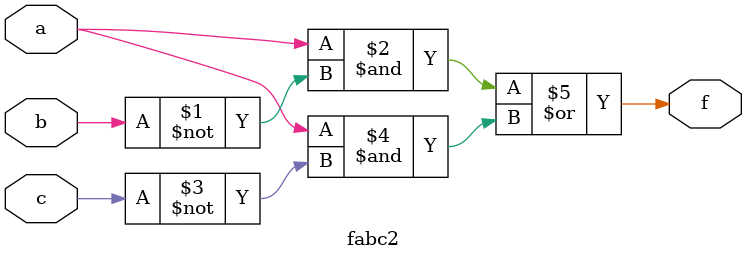
<source format=v>

module fabc(input a, b, c, output f);
  assign f = (a & ~b & ~c) | (a & ~b & c) | (a & b & ~c);
endmodule

module fabc1(input a, b, c, output f);
  assign f = a & (~b | ~c);
endmodule

module fabc2(input a, b, c, output f);
  assign f = (a & ~b) | (a & ~c);
endmodule

</source>
